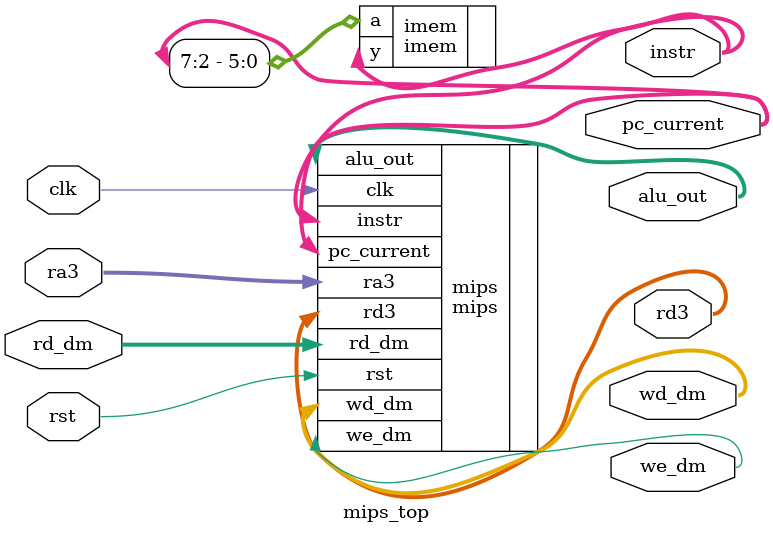
<source format=v>
module mips_top (
        input  wire        clk,
        input  wire        rst,
        input  wire [4:0]  ra3,
        input wire [31:0] rd_dm,
        output wire        we_dm,
        output wire [31:0] pc_current,
        output wire [31:0] instr,
        output wire [31:0] alu_out,
        output wire [31:0] wd_dm,
        
        output wire [31:0] rd3
    );

    wire [31:0] DONT_USE;

    mips mips (
            .clk            (clk),
            .rst            (rst),
            .ra3            (ra3),
            .instr          (instr),
            .rd_dm          (rd_dm),
            .we_dm          (we_dm),
            .pc_current     (pc_current),
            .alu_out        (alu_out),
            .wd_dm          (wd_dm),
            .rd3            (rd3)
        );

    imem imem (
            .a              (pc_current[7:2]),
            .y              (instr)
        );



endmodule
</source>
